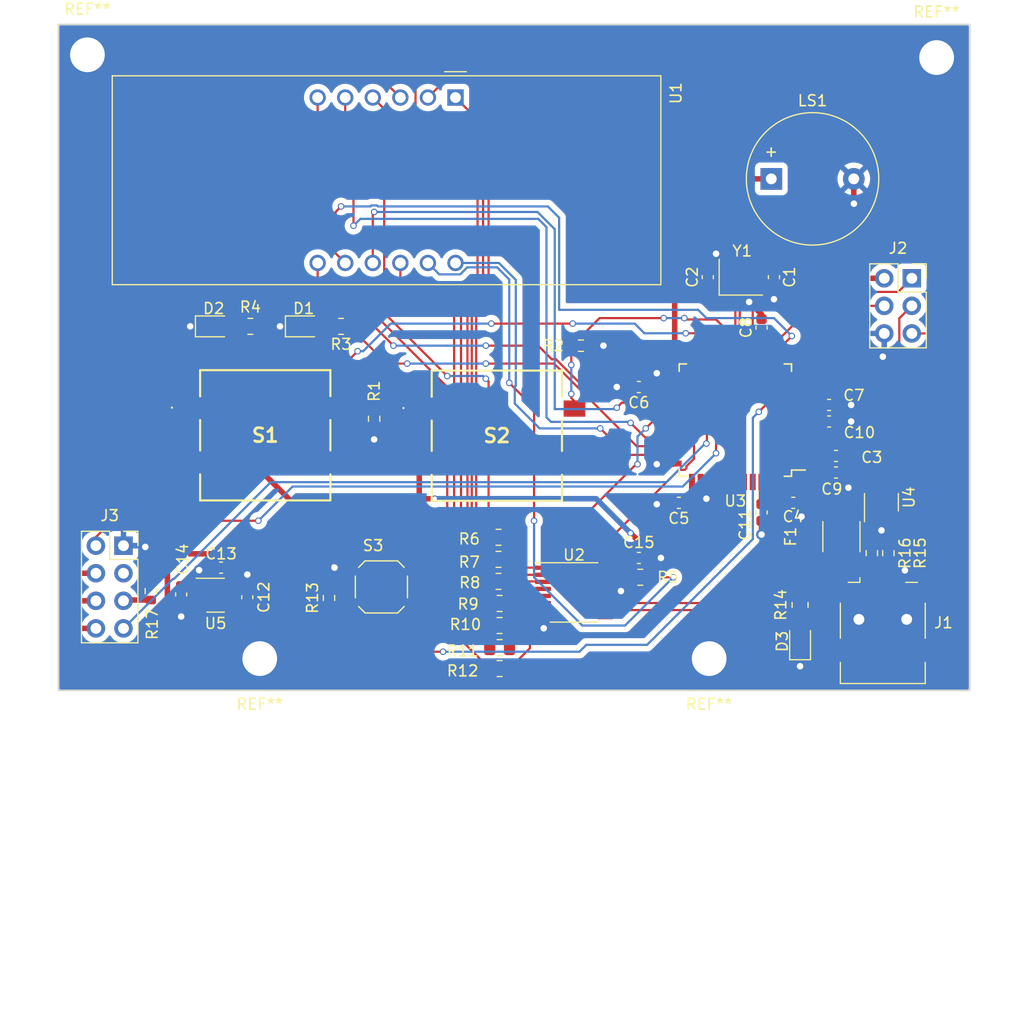
<source format=kicad_pcb>
(kicad_pcb (version 20221018) (generator pcbnew)
  (layers (0 "F.Cu" signal) (31 "B.Cu" signal) (34 "B.Paste" user) (35 "F.Paste" user) (36 "B.SilkS" user "B.Silkscreen") (37 "F.SilkS" user "F.Silkscreen") (38 "B.Mask" user) (39 "F.Mask" user) (44 "Edge.Cuts" user))
  (net 0 "")
  (net 1 "GND")
  (net 2 "Net-(D1-A)")
  (net 3 "Net-(D2-A)")
  (net 4 "Buzzer")
  (net 5 "Button_1")
  (net 6 "Button_2")
  (net 7 "RED_LED")
  (net 8 "GREEN_LED")
  (net 9 "a")
  (net 10 "Net-(U1-a)")
  (net 11 "b")
  (net 12 "Net-(U1-b)")
  (net 13 "c")
  (net 14 "Net-(U1-c)")
  (net 15 "d")
  (net 16 "Net-(U1-d)")
  (net 17 "e")
  (net 18 "Net-(U1-e)")
  (net 19 "f")
  (net 20 "Net-(U1-f)")
  (net 21 "g")
  (net 22 "Net-(U1-g)")
  (net 23 "dp")
  (net 24 "Net-(U1-DPX)")
  (net 25 "Dig4")
  (net 26 "Dig3")
  (net 27 "Dig2")
  (net 28 "Dig1")
  (net 30 "SH_CP")
  (net 31 "ST_CP")
  (net 32 "DS")
  (net 33 "XTAL2")
  (net 34 "XTAL1")
  (net 35 "RST")
  (net 36 "/UCAP")
  (net 37 "/AREF")
  (net 38 "Net-(D3-A)")
  (net 39 "Net-(J1-VBUS)")
  (net 40 "Net-(U5-BP)")
  (net 41 "+3.3V")
  (net 42 "Net-(J1-D-)")
  (net 43 "Net-(J1-D+)")
  (net 44 "MISO")
  (net 45 "SCK")
  (net 47 "MOSI")
  (net 48 "TX")
  (net 50 "Net-(J3-Pin_5)")
  (net 51 "RX")
  (net 52 "USB_CONN_D+")
  (net 53 "USB_CONN_D-")
  (net 54 "USB_D-")
  (net 55 "USB_D+")
  (net 58 "+5V")
  (footprint "Capacitor_SMD:C_0603_1608Metric" (layer "F.Cu") (at 82.169 111.059 -90)
    (fp_text reference "C14")
    (fp_text value "1uF")
  )
  (footprint "Crystal:Crystal_SMD_Abracon_ABM8G-4Pin_3.2x2.5mm" (layer "F.Cu") (at 133.731 81.827)
    (fp_text reference "Y1")
    (fp_text value "Crystal_GND24")
  )
  (footprint "Resistor_SMD:R_0805_2012Metric" (layer "F.Cu") (at 111.506 117.885 180)
    (fp_text reference "R12")
    (fp_text value "100")
  )
  (footprint "Resistor_SMD:R_0805_2012Metric" (layer "F.Cu") (at 111.506 115.951 180)
    (fp_text reference "R11")
    (fp_text value "100")
  )
  (footprint "Display_7Segment:CA56-12EWA" (layer "F.Cu") (at 107.442 65.278 -90)
    (fp_text reference "U1")
    (fp_text value "CA56-12EWA")
  )
  (footprint "Buzzer_Beeper:Buzzer_12x9.5RM7.6" (layer "F.Cu") (at 136.535 72.771)
    (fp_text reference "LS1")
    (fp_text value "Speaker")
  )
  (footprint "Package_TO_SOT_SMD:SOT-23-5" (layer "F.Cu") (at 85.344 111.125)
    (fp_text reference "U5")
    (fp_text value "LP2985-3.3")
  )
  (footprint "Resistor_SMD:R_0805_2012Metric" (layer "F.Cu") (at 111.506 111.887 180)
    (fp_text reference "R9")
    (fp_text value "100")
  )
  (footprint "Connector_PinSocket_2.54mm:PinSocket_2x04_P2.54mm_Vertical" (layer "F.Cu") (at 76.855 106.563)
    (fp_text reference "J3")
    (fp_text value "ESP Connector")
  )
  (footprint "Capacitor_SMD:C_0603_1608Metric" (layer "F.Cu") (at 85.8465 108.585 180)
    (fp_text reference "C13")
    (fp_text value "2.2uF")
  )
  (footprint "Arduino_MountingHole:MountingHole_3.2mm" (layer "F.Cu") (at 130.81 116.967 180)
    (fp_text reference "REF**")
    (fp_text value "MountingHole_3.2mm")
  )
  (footprint "Capacitor_SMD:C_0603_1608Metric" (layer "F.Cu") (at 142.494 98.298)
    (fp_text reference "C3")
    (fp_text value "10uF")
  )
  (footprint "Capacitor_SMD:C_0603_1608Metric" (layer "F.Cu") (at 141.859 95.123)
    (fp_text reference "C10")
    (fp_text value "1uF")
  )
  (footprint "Resistor_SMD:R_0603_1608Metric" (layer "F.Cu") (at 79.375 110.744 -90)
    (fp_text reference "R17")
    (fp_text value "10k")
  )
  (footprint "Package_QFP:TQFP-44_10x10mm_P0.8mm" (layer "F.Cu") (at 133.223 94.996 180)
    (fp_text reference "U3")
    (fp_text value "ATmega32U4-A")
  )
  (footprint "Capacitor_SMD:C_0603_1608Metric" (layer "F.Cu") (at 141.859 93.599)
    (fp_text reference "C7")
    (fp_text value "0.1uF")
  )
  (footprint "Resistor_SMD:R_0805_2012Metric" (layer "F.Cu") (at 124.46 109.474)
    (fp_text reference "R5")
    (fp_text value "100")
  )
  (footprint "Resistor_SMD:R_0603_1608Metric" (layer "F.Cu") (at 118.999 88.138)
    (fp_text reference "R2")
    (fp_text value "10k")
  )
  (footprint "LED_SMD:LED_0805_2012Metric" (layer "F.Cu") (at 85.1685 86.36)
    (fp_text reference "D2")
    (fp_text value "LED")
  )
  (footprint "Resistor_SMD:R_0603_1608Metric" (layer "F.Cu") (at 99.949 94.869 -90)
    (fp_text reference "R1")
    (fp_text value "10k")
  )
  (footprint "Arduino_MountingHole:MountingHole_3.2mm" (layer "F.Cu") (at 73.533 61.341)
    (fp_text reference "REF**")
    (fp_text value "MountingHole_3.2mm")
  )
  (footprint "Capacitor_SMD:C_0603_1608Metric" (layer "F.Cu") (at 135.636 103.505 -90)
    (fp_text reference "C11")
    (fp_text value "0.1uF")
  )
  (footprint "Connector_PinSocket_2.54mm:PinSocket_2x03_P2.54mm_Vertical" (layer "F.Cu") (at 149.479 81.93)
    (fp_text reference "J2")
    (fp_text value "AVR-ISP-6")
  )
  (footprint "Package_TO_SOT_SMD:SOT-23-6" (layer "F.Cu") (at 146.68 102.557 90)
    (fp_text reference "U4")
    (fp_text value "USBLC6-2SC6")
  )
  (footprint "Resistor_SMD:R_0805_2012Metric" (layer "F.Cu") (at 88.5425 86.36 180)
    (fp_text reference "R4")
    (fp_text value "330")
  )
  (footprint "Arduino_MountingHole:MountingHole_3.2mm" (layer "F.Cu") (at 89.408 116.967 180)
    (fp_text reference "REF**")
    (fp_text value "MountingHole_3.2mm")
  )
  (footprint "Capacitor_SMD:C_0603_1608Metric" (layer "F.Cu") (at 88.2595 111.313 90)
    (fp_text reference "C12")
    (fp_text value "10nF")
  )
  (footprint "Capacitor_SMD:C_0603_1608Metric" (layer "F.Cu") (at 128.016 102.616 180)
    (fp_text reference "C5")
    (fp_text value "0.1uF")
  )
  (footprint "LED_SMD:LED_0805_2012Metric" (layer "F.Cu") (at 139.187 115.384 90)
    (fp_text reference "D3")
    (fp_text value "LED")
  )
  (footprint "Capacitor_SMD:C_0603_1608Metric" (layer "F.Cu") (at 124.333 107.696)
    (fp_text reference "C15")
    (fp_text value "0.1u")
  )
  (footprint "Capacitor_SMD:C_0603_1608Metric" (layer "F.Cu") (at 135.636 86.474 90)
    (fp_text reference "C8")
    (fp_text value "0.1uF")
  )
  (footprint "LED_SMD:LED_0805_2012Metric" (layer "F.Cu") (at 93.4595 86.36)
    (fp_text reference "D1")
    (fp_text value "LED")
  )
  (footprint "Resistor_SMD:R_0603_1608Metric" (layer "F.Cu") (at 147.32 107.252 90)
    (fp_text reference "R15")
    (fp_text value "22")
  )
  (footprint "PTS125_SMD_Button:PTS125_SMD_Button" (layer "F.Cu") (at 89.916 96.393)
    (fp_text reference "S1")
    (fp_text value "PTS125SM43SMTR21M_LFS" hide)
  )
  (footprint "Resistor_SMD:R_0805_2012Metric" (layer "F.Cu") (at 96.901 86.36 180)
    (fp_text reference "R3")
    (fp_text value "330")
  )
  (footprint "Arduino_MountingHole:MountingHole_3.2mm" (layer "F.Cu") (at 151.765 61.595)
    (fp_text reference "REF**")
    (fp_text value "MountingHole_3.2mm")
  )
  (footprint "PTS526_SMD_Button:PTS526_SMD_Button" (layer "F.Cu") (at 100.6155 110.363)
    (fp_text reference "S3")
    (fp_text value "PTS526_SM08_SMTR2_LFS")
  )
  (footprint "Fuse:Fuse_1812_4532Metric" (layer "F.Cu") (at 142.997 105.732 90)
    (fp_text reference "F1")
    (fp_text value "PTVSD?")
  )
  (footprint "Resistor_SMD:R_0603_1608Metric" (layer "F.Cu") (at 95.7895 111.379 -90)
    (fp_text reference "R13")
    (fp_text value "10k")
  )
  (footprint "Capacitor_SMD:C_0603_1608Metric" (layer "F.Cu") (at 124.333 91.948 180)
    (fp_text reference "C6")
    (fp_text value "0.1uF")
  )
  (footprint "PTS125_SMD_Button:PTS125_SMD_Button" (layer "F.Cu") (at 111.252 96.433)
    (fp_text reference "S2")
    (fp_text value "PTS125SM43SMTR21M_LFS" hide)
  )
  (footprint "Resistor_SMD:R_0805_2012Metric" (layer "F.Cu") (at 111.4025 107.823 180)
    (fp_text reference "R7")
    (fp_text value "100")
  )
  (footprint "Capacitor_SMD:C_0603_1608Metric" (layer "F.Cu") (at 130.683 81.827 90)
    (fp_text reference "C2")
    (fp_text value "22pF")
  )
  (footprint "Resistor_SMD:R_0805_2012Metric" (layer "F.Cu") (at 139.187 112.023 -90)
    (fp_text reference "R14")
    (fp_text value "1k")
  )
  (footprint "Capacitor_SMD:C_0603_1608Metric" (layer "F.Cu") (at 138.557 102.616)
    (fp_text reference "C4")
    (fp_text value "0.1uF")
  )
  (footprint "Capacitor_SMD:C_0603_1608Metric" (layer "F.Cu") (at 142.494 99.822)
    (fp_text reference "C9")
    (fp_text value "0.1uF")
  )
  (footprint "Resistor_SMD:R_0805_2012Metric" (layer "F.Cu") (at 111.4025 109.855 180)
    (fp_text reference "R8")
    (fp_text value "100")
  )
  (footprint "Package_SO:TSSOP-16_4.4x5mm_P0.65mm" (layer "F.Cu") (at 118.364 110.871)
    (fp_text reference "U2")
    (fp_text value "74HC595")
  )
  (footprint "Resistor_SMD:R_0805_2012Metric" (layer "F.Cu") (at 111.4025 105.791 180)
    (fp_text reference "R6")
    (fp_text value "100")
  )
  (footprint "Connector_USB:USB_Mini-B_Lumberg_2486_01_Horizontal" (layer "F.Cu") (at 146.807 113.352)
    (fp_text reference "J1")
    (fp_text value "USB_B_Mini")
  )
  (footprint "Resistor_SMD:R_0805_2012Metric" (layer "F.Cu") (at 111.506 113.919 180)
    (fp_text reference "R10")
    (fp_text value "100")
  )
  (footprint "Resistor_SMD:R_0603_1608Metric" (layer "F.Cu") (at 145.796 107.252 90)
    (fp_text reference "R16")
    (fp_text value "22")
  )
  (footprint "Capacitor_SMD:C_0603_1608Metric" (layer "F.Cu") (at 136.779 81.827 -90)
    (fp_text reference "C1")
    (fp_text value "22pF")
  )
  (gr_rect (start 70.866 58.547) (end 154.813 119.888) (stroke (width 0.15)) (fill none) (layer "Edge.Cuts"))
  (segment (start 143.1144 95.8996) (end 143.891 95.123) (width 0.2032) (layer "F.Cu") (net 1))
  (segment (start 135.636 104.28) (end 135.636 105.537) (width 0.508) (layer "F.Cu") (net 1))
  (segment (start 142.634 93.599) (end 143.891 93.599) (width 0.508) (layer "F.Cu") (net 1))
  (segment (start 76.855 106.563) (end 78.75 106.563) (width 0.508) (layer "F.Cu") (net 1))
  (segment (start 82.878 111.125) (end 82.169 111.834) (width 0.508) (layer "F.Cu") (net 1))
  (segment (start 136.423 100.696) (end 136.423 102.081749) (width 0.508) (layer "F.Cu") (net 1))
  (segment (start 146.939 87.01) (end 146.939 89.027) (width 0.508) (layer "F.Cu") (net 1))
  (segment (start 126.302 90.996) (end 125.984 90.678) (width 0.508) (layer "F.Cu") (net 1))
  (segment (start 136.878 103.147251) (end 137.616749 103.886) (width 0.508) (layer "F.Cu") (net 1))
  (segment (start 130.683 81.052) (end 130.683 80.43) (width 0.508) (layer "F.Cu") (net 1))
  (segment (start 146.685 103.6995) (end 146.68 103.6945) (width 0.508) (layer "F.Cu") (net 1))
  (segment (start 127.459 99.06) (end 127.523 98.996) (width 0.508) (layer "F.Cu") (net 1))
  (segment (start 84.2065 111.125) (end 82.878 111.125) (width 0.508) (layer "F.Cu") (net 1))
  (segment (start 97.6155 108.513) (end 96.3695 108.513) (width 0.508) (layer "F.Cu") (net 1))
  (segment (start 82.169 111.834) (end 82.169 113.091) (width 0.508) (layer "F.Cu") (net 1))
  (segment (start 144.135 75.047) (end 144.145 75.057) (width 0.508) (layer "F.Cu") (net 1))
  (segment (start 127.523 90.996) (end 126.302 90.996) (width 0.508) (layer "F.Cu") (net 1))
  (segment (start 99.949 95.694) (end 99.949 96.774) (width 0.508) (layer "F.Cu") (net 1))
  (segment (start 115.57 114.173) (end 115.5015 114.1045) (width 0.508) (layer "F.Cu") (net 1))
  (segment (start 88.2595 109.2255) (end 88.265 109.22) (width 0.508) (layer "F.Cu") (net 1))
  (segment (start 122.301 91.948) (end 123.558 91.948) (width 0.508) (layer "F.Cu") (net 1))
  (segment (start 143.269 100.851) (end 143.637 101.219) (width 0.508) (layer "F.Cu") (net 1))
  (segment (start 139.332 102.616) (end 139.332 103.873) (width 0.508) (layer "F.Cu") (net 1))
  (segment (start 132.631 80.977) (end 132.631 80.854) (width 0.508) (layer "F.Cu") (net 1))
  (segment (start 130.683 80.43) (end 131.445 79.668) (width 0.508) (layer "F.Cu") (net 1))
  (segment (start 139.0266 95.8996) (end 143.1144 95.8996) (width 0.2032) (layer "F.Cu") (net 1))
  (segment (start 144.135 72.771) (end 144.135 75.047) (width 0.508) (layer "F.Cu") (net 1))
  (segment (start 115.5015 114.1045) (end 115.5015 113.15) (width 0.508) (layer "F.Cu") (net 1))
  (segment (start 135.636 85.699) (end 135.636 85.256) (width 0.508) (layer "F.Cu") (net 1))
  (segment (start 125.984 99.06) (end 127.459 99.06) (width 0.508) (layer "F.Cu") (net 1))
  (segment (start 91.277 86.36) (end 92.522 86.36) (width 0.508) (layer "F.Cu") (net 1))
  (segment (start 148.407 109.276) (end 148.844 108.839) (width 0.508) (layer "F.Cu") (net 1))
  (segment (start 136.779 82.602) (end 136.779 83.859) (width 0.508) (layer "F.Cu") (net 1))
  (segment (start 139.332 103.873) (end 139.319 103.886) (width 0.508) (layer "F.Cu") (net 1))
  (segment (start 142.634 95.123) (end 143.891 95.123) (width 0.508) (layer "F.Cu") (net 1))
  (segment (start 143.269 99.822) (end 143.269 100.851) (width 0.508) (layer "F.Cu") (net 1))
  (segment (start 139.187 117.67) (end 139.187 116.3215) (width 0.508) (layer "F.Cu") (net 1))
  (segment (start 136.423 102.081749) (end 136.878 102.536749) (width 0.508) (layer "F.Cu") (net 1))
  (segment (start 134.831 82.677) (end 134.831 83.775) (width 0.508) (layer "F.Cu") (net 1))
  (segment (start 78.75 106.563) (end 78.867 106.68) (width 0.508) (layer "F.Cu") (net 1))
  (segment (start 132.631 80.854) (end 131.445 79.668) (width 0.508) (layer "F.Cu") (net 1))
  (segment (start 137.616749 103.886) (end 139.319 103.886) (width 0.508) (layer "F.Cu") (net 1))
  (segment (start 119.824 88.138) (end 121.071 88.138) (width 0.508) (layer "F.Cu") (net 1))
  (segment (start 138.923 95.796) (end 139.0266 95.8996) (width 0.2032) (layer "F.Cu") (net 1))
  (segment (start 125.108 107.696) (end 126.365 107.696) (width 0.508) (layer "F.Cu") (net 1))
  (segment (start 143.269 98.298) (end 143.269 99.822) (width 0.508) (layer "F.Cu") (net 1))
  (segment (start 135.636 85.256) (end 134.493 84.113) (width 0.508) (layer "F.Cu") (net 1))
  (segment (start 134.831 83.775) (end 134.493 84.113) (width 0.508) (layer "F.Cu") (net 1))
  (segment (start 130.556 102.235) (end 130.023 101.702) (width 0.508) (layer "F.Cu") (net 1))
  (segment (start 126.111 102.616) (end 125.984 102.743) (width 0.508) (layer "F.Cu") (net 1))
  (segment (start 96.3695 108.513) (end 96.2975 108.585) (width 0.508) (layer "F.Cu") (net 1))
  (segment (start 85.0715 108.9) (end 83.902 108.9) (width 0.508) (layer "F.Cu") (net 1))
  (segment (start 127.241 102.616) (end 126.111 102.616) (width 0.508) (layer "F.Cu") (net 1))
  (segment (start 136.878 102.536749) (end 136.878 103.147251) (width 0.508) (layer "F.Cu") (net 1))
  (segment (start 148.407 110.652) (end 148.407 109.276) (width 0.508) (layer "F.Cu") (net 1))
  (segment (start 83.902 108.9) (end 83.82 108.818) (width 0.508) (layer "F.Cu") (net 1))
  (segment (start 130.023 101.702) (end 130.023 100.696) (width 0.508) (layer "F.Cu") (net 1))
  (segment (start 88.2595 110.538) (end 88.2595 109.2255) (width 0.508) (layer "F.Cu") (net 1))
  (segment (start 122.484 110.546) (end 122.682 110.744) (width 0.2032) (layer "F.Cu") (net 1))
  (segment (start 146.685 105.156) (end 146.685 103.6995) (width 0.508) (layer "F.Cu") (net 1))
  (segment (start 134.823 89.296) (end 134.823 84.443) (width 0.2032) (layer "F.Cu") (net 1))
  (segment (start 134.823 84.443) (end 134.493 84.113) (width 0.2032) (layer "F.Cu") (net 1))
  (segment (start 121.2265 110.546) (end 122.484 110.546) (width 0.2032) (layer "F.Cu") (net 1))
  (segment (start 83.003 86.36) (end 84.303 86.36) (width 0.508) (layer "F.Cu") (net 1))
  (segment (start 146.939 89.027) (end 146.812 89.154) (width 0.508) (layer "F.Cu") (net 1))
  (via (at 96.2975 108.585) (size 1) (drill 0.6) (layers "F.Cu" "B.Cu") (net 1))
  (via (at 125.984 90.678) (size 1) (drill 0.6) (layers "F.Cu" "B.Cu") (net 1))
  (via (at 121.071 88.138) (size 1) (drill 0.6) (layers "F.Cu" "B.Cu") (net 1))
  (via (at 99.949 96.774) (size 1) (drill 0.6) (layers "F.Cu" "B.Cu") (net 1))
  (via (at 146.685 105.156) (size 1) (drill 0.6) (layers "F.Cu" "B.Cu") (net 1))
  (via (at 82.169 113.091) (size 1) (drill 0.6) (layers "F.Cu" "B.Cu") (net 1))
  (via (at 122.682 110.744) (size 1) (drill 0.6) (layers "F.Cu" "B.Cu") (net 1))
  (via (at 143.891 95.123) (size 1) (drill 0.6) (layers "F.Cu" "B.Cu") (net 1))
  (via (at 143.891 93.599) (size 1) (drill 0.6) (layers "F.Cu" "B.Cu") (net 1))
  (via (at 115.57 114.173) (size 1) (drill 0.6) (layers "F.Cu" "B.Cu") (net 1))
  (via (at 135.636 105.537) (size 1) (drill 0.6) (layers "F.Cu" "B.Cu") (net 1))
  (via (at 88.265 109.22) (size 1) (drill 0.6) (layers "F.Cu" "B.Cu") (net 1))
  (via (at 83.82 108.818) (size 1) (drill 0.6) (layers "F.Cu" "B.Cu") (net 1))
  (via (at 143.637 101.219) (size 1) (drill 0.6) (layers "F.Cu" "B.Cu") (net 1))
  (via (at 122.301 91.948) (size 1) (drill 0.6) (layers "F.Cu" "B.Cu") (net 1))
  (via (at 134.493 84.113) (size 1) (drill 0.6) (layers "F.Cu" "B.Cu") (net 1))
  (via (at 139.319 103.886) (size 1) (drill 0.6) (layers "F.Cu" "B.Cu") (net 1))
  (via (at 83.003 86.36) (size 1) (drill 0.6) (layers "F.Cu" "B.Cu") (net 1))
  (via (at 136.779 83.859) (size 1) (drill 0.6) (layers "F.Cu" "B.Cu") (net 1))
  (via (at 78.867 106.68) (size 1) (drill 0.6) (layers "F.Cu" "B.Cu") (net 1))
  (via (at 125.984 99.06) (size 1) (drill 0.6) (layers "F.Cu" "B.Cu") (net 1))
  (via (at 130.556 102.235) (size 1) (drill 0.6) (layers "F.Cu" "B.Cu") (net 1))
  (via (at 126.365 107.696) (size 1) (drill 0.6) (layers "F.Cu" "B.Cu") (net 1))
  (via (at 139.187 117.67) (size 1) (drill 0.6) (layers "F.Cu" "B.Cu") (net 1))
  (via (at 148.844 108.839) (size 1) (drill 0.6) (layers "F.Cu" "B.Cu") (net 1))
  (via (at 125.984 102.743) (size 1) (drill 0.6) (layers "F.Cu" "B.Cu") (net 1))
  (via (at 146.812 89.154) (size 1) (drill 0.6) (layers "F.Cu" "B.Cu") (net 1))
  (via (at 131.445 79.668) (size 1) (drill 0.6) (layers "F.Cu" "B.Cu") (net 1))
  (via (at 144.145 75.057) (size 1) (drill 0.6) (layers "F.Cu" "B.Cu") (net 1))
  (via (at 91.277 86.36) (size 1) (drill 0.6) (layers "F.Cu" "B.Cu") (net 1))
  (segment (start 95.849 86.36) (end 94.397 86.36) (width 0.2032) (layer "F.Cu") (net 2))
  (segment (start 87.63 86.36) (end 86.178 86.36) (width 0.2032) (layer "F.Cu") (net 3))
  (segment (start 127.635 79.629) (end 134.493 72.771) (width 0.508) (layer "F.Cu") (net 4))
  (segment (start 130.048 91.821) (end 127.635 89.408) (width 0.508) (layer "F.Cu") (net 4))
  (segment (start 128.656 94.196) (end 130.048 92.804) (width 0.508) (layer "F.Cu") (net 4))
  (segment (start 134.493 72.771) (end 136.535 72.771) (width 0.508) (layer "F.Cu") (net 4))
  (segment (start 127.635 89.408) (end 127.635 79.629) (width 0.508) (layer "F.Cu") (net 4))
  (segment (start 130.048 92.804) (end 130.048 91.821) (width 0.508) (layer "F.Cu") (net 4))
  (segment (start 127.523 94.196) (end 128.656 94.196) (width 0.508) (layer "F.Cu") (net 4))
  (segment (start 98.425 88.646) (end 97.066 90.005) (width 0.2032) (layer "F.Cu") (net 5))
  (segment (start 131.623 89.296) (end 131.623 88.3428) (width 0.2032) (layer "F.Cu") (net 5))
  (segment (start 130.2752 86.995) (end 128.651 86.995) (width 0.2032) (layer "F.Cu") (net 5))
  (segment (start 118.237 86.106) (end 110.744 86.106) (width 0.2032) (layer "F.Cu") (net 5))
  (segment (start 131.623 88.3428) (end 130.2752 86.995) (width 0.2032) (layer "F.Cu") (net 5))
  (segment (start 97.066 90.005) (end 97.066 93.893) (width 0.2032) (layer "F.Cu") (net 5))
  (segment (start 97.066 93.893) (end 99.798 93.893) (width 0.2032) (layer "F.Cu") (net 5))
  (segment (start 99.798 93.893) (end 99.949 94.044) (width 0.2032) (layer "F.Cu") (net 5))
  (via (at 98.425 88.646) (size 0.6) (drill 0.4) (layers "F.Cu" "B.Cu") (net 5))
  (via (at 110.744 86.106) (size 0.6) (drill 0.4) (layers "F.Cu" "B.Cu") (net 5))
  (via (at 118.237 86.106) (size 0.6) (drill 0.4) (layers "F.Cu" "B.Cu") (net 5))
  (via (at 128.651 86.995) (size 0.6) (drill 0.4) (layers "F.Cu" "B.Cu") (net 5))
  (segment (start 124.841 86.995) (end 124.333 86.487) (width 0.2032) (layer "B.Cu") (net 5))
  (segment (start 123.952 86.106) (end 118.237 86.106) (width 0.2032) (layer "B.Cu") (net 5))
  (segment (start 98.933 88.646) (end 101.473 86.106) (width 0.2032) (layer "B.Cu") (net 5))
  (segment (start 98.425 88.646) (end 98.933 88.646) (width 0.2032) (layer "B.Cu") (net 5))
  (segment (start 128.651 86.995) (end 124.841 86.995) (width 0.2032) (layer "B.Cu") (net 5))
  (segment (start 101.473 86.106) (end 110.744 86.106) (width 0.2032) (layer "B.Cu") (net 5))
  (segment (start 124.333 86.487) (end 123.952 86.106) (width 0.2032) (layer "B.Cu") (net 5))
  (segment (start 131.445 85.725) (end 132.423 86.703) (width 0.2032) (layer "F.Cu") (net 6))
  (segment (start 118.11 89.916) (end 118.11 88.202) (width 0.2032) (layer "F.Cu") (net 6))
  (segment (start 128.651 85.725) (end 131.445 85.725) (width 0.2032) (layer "F.Cu") (net 6))
  (segment (start 118.174 88.138) (end 120.714 85.598) (width 0.2032) (layer "F.Cu") (net 6))
  (segment (start 132.423 86.703) (end 132.423 89.296) (width 0.2032) (layer "F.Cu") (net 6))
  (segment (start 118.11 92.583) (end 118.11 92.964) (width 0.2032) (layer "F.Cu") (net 6))
  (segment (start 118.11 88.202) (end 118.174 88.138) (width 0.2032) (layer "F.Cu") (net 6))
  (segment (start 128.524 85.598) (end 128.651 85.725) (width 0.2032) (layer "F.Cu") (net 6))
  (segment (start 118.11 92.964) (end 118.402 93.256) (width 0.2032) (layer "F.Cu") (net 6))
  (segment (start 118.402 93.256) (end 118.402 93.933) (width 0.2032) (layer "F.Cu") (net 6))
  (segment (start 120.714 85.598) (end 126.619 85.598) (width 0.2032) (layer "F.Cu") (net 6))
  (via (at 118.11 89.916) (size 0.6) (drill 0.4) (layers "F.Cu" "B.Cu") (net 6))
  (via (at 128.524 85.598) (size 0.6) (drill 0.4) (layers "F.Cu" "B.Cu") (net 6))
  (via (at 118.11 92.583) (size 0.6) (drill 0.4) (layers "F.Cu" "B.Cu") (net 6))
  (via (at 126.619 85.598) (size 0.6) (drill 0.4) (layers "F.Cu" "B.Cu") (net 6))
  (segment (start 118.11 92.583) (end 118.11 89.916) (width 0.2032) (layer "B.Cu") (net 6))
  (segment (start 126.619 85.598) (end 128.524 85.598) (width 0.2032) (layer "B.Cu") (net 6))
  (segment (start 116.52379 89.789) (end 110.236 89.789) (width 0.2032) (layer "F.Cu") (net 7))
  (segment (start 127.523 97.396) (end 124.13079 97.396) (width 0.2032) (layer "F.Cu") (net 7))
  (segment (start 101.103 89.789) (end 97.674 86.36) (width 0.2032) (layer "F.Cu") (net 7))
  (segment (start 102.997 89.789) (end 101.103 89.789) (width 0.2032) (layer "F.Cu") (net 7))
  (segment (start 124.13079 97.396) (end 116.52379 89.789) (width 0.2032) (layer "F.Cu") (net 7))
  (via (at 102.997 89.789) (size 0.6) (drill 0.4) (layers "F.Cu" "B.Cu") (net 7))
  (via (at 110.236 89.789) (size 0.6) (drill 0.4) (layers "F.Cu" "B.Cu") (net 7))
  (segment (start 110.236 89.789) (end 106.68 89.789) (width 0.2032) (layer "B.Cu") (net 7))
  (segment (start 106.68 89.789) (end 102.997 89.789) (width 0.2032) (layer "B.Cu") (net 7))
  (segment (start 120.0546 92.7496) (end 127.3694 92.7496) (width 0.2032) (layer "F.Cu") (net 8))
  (segment (start 115.062 88.138) (end 116.3098 89.3858) (width 0.2032) (layer "F.Cu") (net 8))
  (segment (start 90.979 84.836) (end 89.455 86.36) (width 0.2032) (layer "F.Cu") (net 8))
  (segment (start 112.649 88.138) (end 115.062 88.138) (width 0.2032) (layer "F.Cu") (net 8))
  (segment (start 98.425 84.836) (end 90.979 84.836) (width 0.2032) (layer "F.Cu") (net 8))
  (segment (start 116.3098 89.3858) (end 116.6908 89.3858) (width 0.2032) (layer "F.Cu") (net 8))
  (segment (start 116.6908 89.3858) (end 120.0546 92.7496) (width 0.2032) (layer "F.Cu") (net 8))
  (segment (start 110.236 88.138) (end 112.649 88.138) (width 0.2032) (layer "F.Cu") (net 8))
  (segment (start 101.727 88.138) (end 98.425 84.836) (width 0.2032) (layer "F.Cu") (net 8))
  (segment (start 127.3694 92.7496) (end 127.523 92.596) (width 0.2032) (layer "F.Cu") (net 8))
  (via (at 110.236 88.138) (size 0.6) (drill 0.4) (layers "F.Cu" "B.Cu") (net 8))
  (via (at 101.727 88.138) (size 0.6) (drill 0.4) (layers "F.Cu" "B.Cu") (net 8))
  (segment (start 106.68 88.138) (end 110.236 88.138) (width 0.2032) (layer "B.Cu") (net 8))
  (segment (start 101.727 88.138) (end 106.68 88.138) (width 0.2032) (layer "B.Cu") (net 8))
  (segment (start 121.2265 109.246) (end 123.3195 109.246) (width 0.2032) (layer "F.Cu") (net 9))
  (segment (start 123.3195 109.246) (end 123.5475 109.474) (width 0.2032) (layer "F.Cu") (net 9))
  (segment (start 114.681 104.267) (end 114.681 93.853) (width 0.2032) (layer "F.Cu") (net 10))
  (segment (start 114.681 93.853) (end 112.395 91.567) (width 0.2032) (layer "F.Cu") (net 10))
  (segment (start 125.3725 109.474) (end 127.508 109.474) (width 0.2032) (layer "F.Cu") (net 10))
  (via (at 127.508 109.474) (size 0.6) (drill 0.4) (layers "F.Cu" "B.Cu") (net 10))
  (via (at 112.395 91.567) (size 0.6) (drill 0.4) (layers "F.Cu" "B.Cu") (net 10))
  (via (at 114.681 104.267) (size 0.6) (drill 0.4) (layers "F.Cu" "B.Cu") (net 10))
  (segment (start 111.2742 80.9212) (end 108.525987 80.9212) (width 0.2032) (layer "B.Cu") (net 10))
  (segment (start 112.395 91.567) (end 112.395 82.042) (width 0.2032) (layer "B.Cu") (net 10))
  (segment (start 105.9536 81.5696) (end 104.902 80.518) (width 0.2032) (layer "B.Cu") (net 10))
  (segment (start 112.395 82.042) (end 111.2742 80.9212) (width 0.2032) (layer "B.Cu") (net 10))
  (segment (start 127.508 109.474) (end 123.063 113.919) (width 0.2032) (layer "B.Cu") (net 10))
  (segment (start 108.525987 80.9212) (end 107.877587 81.5696) (width 0.2032) (layer "B.Cu") (net 10))
  (segment (start 119.126 113.919) (end 114.681 109.474) (width 0.2032) (layer "B.Cu") (net 10))
  (segment (start 114.681 109.474) (end 114.681 104.267) (width 0.2032) (layer "B.Cu") (net 10))
  (segment (start 123.063 113.919) (end 119.126 113.919) (width 0.2032) (layer "B.Cu") (net 10))
  (segment (start 107.877587 81.5696) (end 105.9536 81.5696) (width 0.2032) (layer "B.Cu") (net 10))
  (segment (start 113.792 108.585) (end 115.4905 108.585) (width 0.2032) (layer "F.Cu") (net 11))
  (segment (start 113.792 107.268) (end 113.792 108.585) (width 0.2032) (layer "F.Cu") (net 11))
  (segment (start 115.4905 108.585) (end 115.5015 108.596) (width 0.2032) (layer "F.Cu") (net 11))
  (segment (start 112.315 105.791) (end 113.792 107.268) (width 0.2032) (layer "F.Cu") (net 11))
  (segment (start 110.49 105.791) (end 110.49 91.44) (width 0.2032) (layer "F.Cu") (net 12))
  (segment (start 106.68 90.932) (end 98.6568 82.9088) (width 0.2032) (layer "F.Cu") (net 12))
  (segment (start 95.3548 82.9088) (end 94.742 82.296) (width 0.2032) (layer "F.Cu") (net 12))
  (segment (start 110.49 91.44) (end 110.236 91.186) (width 0.2032) (layer "F.Cu") (net 12))
  (segment (start 94.742 82.296) (end 94.742 80.518) (width 0.2032) (layer "F.Cu") (net 12))
  (segment (start 98.6568 82.9088) (end 95.3548 82.9088) (width 0.2032) (layer "F.Cu") (net 12))
  (via (at 106.68 90.932) (size 0.6) (drill 0.4) (layers "F.Cu" "B.Cu") (net 12))
  (via (at 110.236 91.186) (size 0.6) (drill 0.4) (layers "F.Cu" "B.Cu") (net 12))
  (segment (start 106.68 90.932) (end 109.982 90.932) (width 0.2032) (layer "B.Cu") (net 12))
  (segment (start 109.982 90.932) (end 110.236 91.186) (width 0.2032) (layer "B.Cu") (net 12))
  (segment (start 113.284 108.966) (end 113.564 109.246) (width 0.2032) (layer "F.Cu") (net 13))
  (segment (start 113.564 109.246) (end 115.5015 109.246) (width 0.2032) (layer "F.Cu") (net 13))
  (segment (start 112.903 107.823) (end 113.284 108.204) (width 0.2032) (layer "F.Cu") (net 13))
  (segment (start 112.315 107.823) (end 112.903 107.823) (width 0.2032) (layer "F.Cu") (net 13))
  (segment (start 113.284 108.204) (end 113.284 108.966) (width 0.2032) (layer "F.Cu") (net 13))
  (segment (start 104.775 62.611) (end 103.759 63.627) (width 0.2032) (layer "F.Cu") (net 14))
  (segment (start 109.347 84.963) (end 110.49 83.82) (width 0.2032) (layer "F.Cu") (net 14))
  (segment (start 109.474 107.823) (end 109.347 107.696) (width 0.2032) (layer "F.Cu") (net 14))
  (segment (start 103.759 63.627) (end 103.759 66.167) (width 0.2032) (layer "F.Cu") (net 14))
  (segment (start 103.759 66.167) (end 103.251 66.675) (width 0.2032) (layer "F.Cu") (net 14))
  (segment (start 100.838 66.421) (end 100.838 66.294) (width 0.2032) (layer "F.Cu") (net 14))
  (segment (start 103.251 66.675) (end 101.092 66.675) (width 0.2032) (layer "F.Cu") (net 14))
  (segment (start 100.838 66.294) (end 99.822 65.278) (width 0.2032) (layer "F.Cu") (net 14))
  (segment (start 109.347 107.696) (end 109.347 84.963) (width 0.2032) (layer "F.Cu") (net 14))
  (segment (start 101.092 66.675) (end 100.838 66.421) (width 0.2032) (layer "F.Cu") (net 14))
  (segment (start 108.77421 62.611) (end 104.775 62.611) (width 0.2032) (layer "F.Cu") (net 14))
  (segment (start 110.49 107.823) (end 109.474 107.823) (width 0.2032) (layer "F.Cu") (net 14))
  (segment (start 110.49 83.82) (end 110.49 64.32679) (width 0.2032) (layer "F.Cu") (net 14))
  (segment (start 110.49 64.32679) (end 108.77421 62.611) (width 0.2032) (layer "F.Cu") (net 14))
  (segment (start 115.4605 109.855) (end 115.5015 109.896) (width 0.2032) (layer "F.Cu") (net 15))
  (segment (start 112.315 109.855) (end 115.4605 109.855) (width 0.2032) (layer "F.Cu") (net 15))
  (segment (start 109.982 83.693) (end 109.982 64.389) (width 0.2032) (layer "F.Cu") (net 16))
  (segment (start 109.982 64.389) (end 108.839 63.246) (width 0.2032) (layer "F.Cu") (net 16))
  (segment (start 110.49 109.855) (end 108.9438 108.3088) (width 0.2032) (layer "F.Cu") (net 16))
  (segment (start 108.9438 84.7312) (end 109.982 83.693) (width 0.2032) (layer "F.Cu") (net 16))
  (segment (start 108.9438 108.3088) (end 108.9438 84.7312) (width 0.2032) (layer "F.Cu") (net 16))
  (segment (start 108.839 63.246) (end 106.934 63.246) (width 0.2032) (layer "F.Cu") (net 16))
  (segment (start 106.934 63.246) (end 104.902 65.278) (width 0.2032) (layer "F.Cu") (net 16))
  (segment (start 112.4185 111.887) (end 112.4185 111.6095) (width 0.2032) (layer "F.Cu") (net 17))
  (segment (start 113.482 110.546) (end 115.5015 110.546) (width 0.2032) (layer "F.Cu") (net 17))
  (segment (start 112.4185 111.6095) (end 113.482 110.546) (width 0.2032) (layer "F.Cu") (net 17))
  (segment (start 109.474 83.439) (end 109.474 67.31) (width 0.2032) (layer "F.Cu") (net 18))
  (segment (start 108.5406 84.3724) (end 109.474 83.439) (width 0.2032) (layer "F.Cu") (net 18))
  (segment (start 108.5406 109.8341) (end 108.5406 84.3724) (width 0.2032) (layer "F.Cu") (net 18))
  (segment (start 110.5935 111.887) (end 108.5406 109.8341) (width 0.2032) (layer "F.Cu") (net 18))
  (segment (start 109.474 67.31) (end 107.442 65.278) (width 0.2032) (layer "F.Cu") (net 18))
  (segment (start 113.442105 112.895395) (end 113.442105 111.156105) (width 0.2032) (layer "F.Cu") (net 19))
  (segment (start 115.461605 111.156105) (end 115.5015 111.196) (width 0.2032) (layer "F.Cu") (net 19))
  (segment (start 113.442105 111.156105) (end 115.461605 111.156105) (width 0.2032) (layer "F.Cu") (net 19))
  (segment (start 112.4185 113.919) (end 113.442105 112.895395) (width 0.2032) (layer "F.Cu") (net 19))
  (segment (start 110.195989 113.3206) (end 107.95 111.074611) (width 0.2032) (layer "F.Cu") (net 20))
  (segment (start 103.759 83.82) (end 102.362 82.423) (width 0.2032) (layer "F.Cu") (net 20))
  (segment (start 107.95 111.074611) (end 107.95 83.82) (width 0.2032) (layer "F.Cu") (net 20))
  (segment (start 110.760511 113.3206) (end 110.195989 113.3206) (width 0.2032) (layer "F.Cu") (net 20))
  (segment (start 102.362 82.423) (end 102.362 80.518) (width 0.2032) (layer "F.Cu") (net 20))
  (segment (start 107.95 83.82) (end 103.759 83.82) (width 0.2032) (layer "F.Cu") (net 20))
  (segment (start 112.4185 115.951) (end 113.845305 114.524195) (width 0.2032) (layer "F.Cu") (net 21))
  (segment (start 113.845305 111.887) (end 115.4605 111.887) (width 0.2032) (layer "F.Cu") (net 21))
  (segment (start 115.4605 111.887) (end 115.5015 111.846) (width 0.2032) (layer "F.Cu") (net 21))
  (segment (start 113.845305 114.524195) (end 113.845305 111.887) (width 0.2032) (layer "F.Cu") (net 21))
  (segment (start 107.315 112.6725) (end 107.315 84.2232) (width 0.2032) (layer "F.Cu") (net 22))
  (segment (start 97.282 67.818) (end 97.282 65.278) (width 0.2032) (layer "F.Cu") (net 22))
  (segment (start 100.8736 71.4096) (end 97.282 67.818) (width 0.2032) (layer "F.Cu") (net 22))
  (segment (start 110.5935 115.951) (end 107.315 112.6725) (width 0.2032) (layer "F.Cu") (net 22))
  (segment (start 100.8736 81.50481) (end 100.8736 71.4096) (width 0.2032) (layer "F.Cu") (net 22))
  (segment (start 103.59199 84.2232) (end 100.8736 81.50481) (width 0.2032) (layer "F.Cu") (net 22))
  (segment (start 107.315 84.2232) (end 103.59199 84.2232) (width 0.2032) (layer "F.Cu") (net 22))
  (segment (start 114.3 116.0035) (end 114.3 112.522) (width 0.2032) (layer "F.Cu") (net 23))
  (segment (start 114.3 112.522) (end 115.4755 112.522) (width 0.2032) (layer "F.Cu") (net 23))
  (segment (start 115.4755 112.522) (end 115.5015 112.496) (width 0.2032) (layer "F.Cu") (net 23))
  (segment (start 112.4185 117.885) (end 114.3 116.0035) (width 0.2032) (layer "F.Cu") (net 23))
  (segment (start 88.392 78.232) (end 93.472 83.312) (width 0.2032) (layer "F.Cu") (net 24))
  (segment (start 102.362 65.278) (end 99.822 62.738) (width 0.2032) (layer "F.Cu") (net 24))
  (segment (start 93.472 62.738) (end 88.392 67.818) (width 0.2032) (layer "F.Cu") (net 24))
  (segment (start 93.472 83.312) (end 98.044 83.312) (width 0.2032) (layer "F.Cu") (net 24))
  (segment (start 106.68 113.9715) (end 110.5935 117.885) (width 0.2032) (layer "F.Cu") (net 24))
  (segment (start 106.68 91.948) (end 106.68 113.9715) (width 0.2032) (layer "F.Cu") (net 24))
  (segment (start 98.044 83.312) (end 106.68 91.948) (width 0.2032) (layer "F.Cu") (net 24))
  (segment (start 88.392 67.818) (end 88.392 78.232) (width 0.2032) (layer "F.Cu") (net 24))
  (segment (start 99.822 62.738) (end 93.472 62.738) (width 0.2032) (layer "F.Cu") (net 24))
  (segment (start 94.742 67.056) (end 94.742 65.278) (width 0.2032) (layer "F.Cu") (net 25))
  (segment (start 124.917 96.596) (end 123.571 95.25) (width 0.2032) (layer "F.Cu") (net 25))
  (segment (start 98.044 77.089) (end 98.044 70.358) (width 0.2032) (layer "F.Cu") (net 25))
  (segment (start 98.044 70.358) (end 94.742 67.056) (width 0.2032) (layer "F.Cu") (net 25))
  (segment (start 127.523 96.596) (end 124.917 96.596) (width 0.2032) (layer "F.Cu") (net 25))
  (via (at 98.044 77.089) (size 0.6) (drill 0.4) (layers "F.Cu" "B.Cu") (net 25))
  (via (at 123.571 95.25) (size 0.6) (drill 0.4) (layers "F.Cu" "B.Cu") (net 25))
  (segment (start 115.062001 76.454) (end 115.824 77.215999) (width 0.2032) (layer "B.Cu") (net 25))
  (segment (start 123.4774 95.1564) (end 123.571 95.25) (width 0.2032) (layer "B.Cu") (net 25))
  (segment (start 98.679 76.454) (end 115.062001 76.454) (width 0.2032) (layer "B.Cu") (net 25))
  (segment (start 98.044 77.089) (end 98.679 76.454) (width 0.2032) (layer "B.Cu") (net 25))
  (segment (start 115.824 77.215999) (end 115.824 94.742) (width 0.2032) (layer "B.Cu") (net 25))
  (segment (start 115.824 94.742) (end 116.2384 95.1564) (width 0.2032) (layer "B.Cu") (net 25))
  (segment (start 116.2384 95.1564) (end 123.4774 95.1564) (width 0.2032) (layer "B.Cu") (net 25))
  (segment (start 96.393 75.819) (end 96.393 79.629) (width 0.2032) (layer "F.Cu") (net 26))
  (segment (start 137.223 88.456) (end 138.43 87.249) (width 0.2032) (layer "F.Cu") (net 26))
  (segment (start 137.223 89.296) (end 137.223 88.456) (width 0.2032) (layer "F.Cu") (net 26))
  (segment (start 96.901 75.311) (end 96.393 75.819) (width 0.2032) (layer "F.Cu") (net 26))
  (segment (start 96.393 79.629) (end 97.282 80.518) (width 0.2032) (layer "F.Cu") (net 26))
  (via (at 138.43 87.249) (size 0.6) (drill 0.4) (layers "F.Cu" "B.Cu") (net 26))
  (via (at 96.901 75.311) (size 0.6) (drill 0.4) (layers "F.Cu" "B.Cu") (net 26))
  (segment (start 116.9892 76.3492) (end 116.9892 84.836) (width 0.2032) (layer "B.Cu") (net 26))
  (segment (start 136.779 85.598) (end 138.43 87.249) (width 0.2032) (layer "B.Cu") (net 26))
  (segment (start 100.291791 75.311) (end 115.951 75.311) (width 0.2032) (layer "B.Cu") (net 26))
  (segment (start 96.901 75.311) (end 99.606209 75.311) (width 0.2032) (layer "B.Cu") (net 26))
  (segment (start 116.9892 84.836) (end 129.794 84.836) (width 0.2032) (layer "B.Cu") (net 26))
  (segment (start 129.794 84.836) (end 130.556 85.598) (width 0.2032) (layer "B.Cu") (net 26))
  (segment (start 100.198191 75.2174) (end 100.291791 75.311) (width 0.2032) (layer "B.Cu") (net 26))
  (segment (start 130.556 85.598) (end 136.779 85.598) (width 0.2032) (layer "B.Cu") (net 26))
  (segment (start 99.606209 75.311) (end 99.699809 75.2174) (width 0.2032) (layer "B.Cu") (net 26))
  (segment (start 99.699809 75.2174) (end 100.198191 75.2174) (width 0.2032) (layer "B.Cu") (net 26))
  (segment (start 115.951 75.311) (end 116.9892 76.3492) (width 0.2032) (layer "B.Cu") (net 26))
  (segment (start 99.822 75.946) (end 99.822 80.518) (width 0.2032) (layer "F.Cu") (net 27))
  (segment (start 122.301 93.853) (end 122.758 93.396) (width 0.2032) (layer "F.Cu") (net 27))
  (segment (start 99.949 75.819) (end 99.822 75.946) (width 0.2032) (layer "F.Cu") (net 27))
  (segment (start 122.758 93.396) (end 127.523 93.396) (width 0.2032) (layer "F.Cu") (net 27))
  (via (at 99.949 75.819) (size 0.6) (drill 0.4) (layers "F.Cu" "B.Cu") (net 27))
  (via (at 122.301 93.853) (size 0.6) (drill 0.4) (layers "F.Cu" "B.Cu") (net 27))
  (segment (start 122.174 93.98) (end 122.301 93.853) (width 0.2032) (layer "B.Cu") (net 27))
  (segment (start 99.949 75.819) (end 114.997211 75.819) (width 0.2032) (layer "B.Cu") (net 27))
  (segment (start 116.586 93.98) (end 122.174 93.98) (width 0.2032) (layer "B.Cu") (net 27))
  (segment (start 116.586 77.407789) (end 116.586 93.98) (width 0.2032) (layer "B.Cu") (net 27))
  (segment (start 114.997211 75.819) (end 116.586 77.407789) (width 0.2032) (layer "B.Cu") (net 27))
  (segment (start 123.215 98.196) (end 120.777 95.758) (width 0.2032) (layer "F.Cu") (net 28))
  (segment (start 127.523 98.196) (end 123.215 98.196) (width 0.2032) (layer "F.Cu") (net 28))
  (via (at 120.777 95.758) (size 0.6) (drill 0.4) (layers "F.Cu" "B.Cu") (net 28))
  (segment (start 112.9966 82.07339) (end 111.44121 80.518) (width 0.2032) (layer "B.Cu") (net 28))
  (segment (start 120.777 95.758) (end 115.189 95.758) (width 0.2032) (layer "B.Cu") (net 28))
  (segment (start 111.44121 80.518) (end 107.442 80.518) (width 0.2032) (layer "B.Cu") (net 28))
  (segment (start 112.903 91.909791) (end 112.9966 91.816191) (width 0.2032) (layer "B.Cu") (net 28))
  (segment (start 112.9966 91.816191) (end 112.9966 82.07339) (width 0.2032) (layer "B.Cu") (net 28))
  (segment (start 115.189 95.758) (end 112.903 93.472) (width 0.2032) (layer "B.Cu") (net 28))
  (segment (start 112.903 93.472) (end 112.903 91.909791) (width 0.2032) (layer "B.Cu") (net 28))
  (segment (start 138.923 98.996) (end 140.462 100.535) (width 0.2032) (layer "F.Cu") (net 30))
  (segment (start 140.462 105.283) (end 136.271 109.474) (width 0.2032) (layer "F.Cu") (net 30))
  (segment (start 140.462 100.535) (end 140.462 105.283) (width 0.2032) (layer "F.Cu") (net 30))
  (segment (start 136.271 110.744) (end 135.169 111.846) (width 0.2032) (layer "F.Cu") (net 30))
  (segment (start 135.169 111.846) (end 121.2265 111.846) (width 0.2032) (layer "F.Cu") (net 30))
  (segment (start 136.271 109.474) (end 136.271 110.744) (width 0.2032) (layer "F.Cu") (net 30))
  (segment (start 124.968 95.758) (end 125.73 94.996) (width 0.2032) (layer "F.Cu") (net 31))
  (segment (start 121.2265 111.196) (end 120.571052 111.196) (width 0.2032) (layer "F.Cu") (net 31))
  (segment (start 119.7842 110.409148) (end 119.7842 103.3548) (width 0.2032) (layer "F.Cu") (net 31))
  (segment (start 119.7842 103.3548) (end 124.079 99.06) (width 0.2032) (layer "F.Cu") (net 31))
  (segment (start 125.73 94.996) (end 127.523 94.996) (width 0.2032) (layer "F.Cu") (net 31))
  (segment (start 120.571052 111.196) (end 119.7842 110.409148) (width 0.2032) (layer "F.Cu") (net 31))
  (segment (start 124.079 99.06) (end 124.206 99.06) (width 0.2032) (layer "F.Cu") (net 31))
  (via (at 124.968 95.758) (size 0.6) (drill 0.4) (layers "F.Cu" "B.Cu") (net 31))
  (via (at 124.206 99.06) (size 0.6) (drill 0.4) (layers "F.Cu" "B.Cu") (net 31))
  (segment (start 124.206 96.52) (end 124.968 95.758) (width 0.2032) (layer "B.Cu") (net 31))
  (segment (start 124.206 96.52) (end 124.206 99.06) (width 0.2032) (layer "B.Cu") (net 31))
  (segment (start 128.5746 99.5726) (end 128.7145 99.4327) (width 0.2032) (layer "F.Cu") (net 32))
  (segment (start 120.1874 107.405966) (end 128.020766 99.5726) (width 0.2032) (layer "F.Cu") (net 32))
  (segment (start 127.523 95.796) (end 128.3512 95.796) (width 0.2032) (layer "F.Cu") (net 32))
  (segment (start 129.413 96.8578) (end 129.413 98.552) (width 0.2032) (layer "F.Cu") (net 32))
  (segment (start 120.1874 109.512348) (end 120.1874 107.405966) (width 0.2032) (layer "F.Cu") (net 32))
  (segment (start 129.413 98.552) (end 128.7145 99.2505) (width 0.2032) (layer "F.Cu") (net 32))
  (segment (start 128.020766 99.5726) (end 128.5746 99.5726) (width 0.2032) (layer "F.Cu") (net 32))
  (segment (start 128.7145 99.4327) (end 128.7145 99.2505) (width 0.2032) (layer "F.Cu") (net 32))
  (segment (start 121.2265 109.896) (end 120.571052 109.896) (width 0.2032) (layer "F.Cu") (net 32))
  (segment (start 120.571052 109.896) (end 120.1874 109.512348) (width 0.2032) (layer "F.Cu") (net 32))
  (segment (start 128.3512 95.796) (end 129.413 96.8578) (width 0.2032) (layer "F.Cu") (net 32))
  (segment (start 136.779 81.052) (end 134.906 81.052) (width 0.2032) (layer "F.Cu") (net 33))
  (segment (start 134.023 88.557) (end 134.023 89.296) (width 0.2032) (layer "F.Cu") (net 33))
  (segment (start 134.731 80.977) (end 133.6326 82.0754) (width 0.2032) (layer "F.Cu") (net 33))
  (segment (start 134.831 80.977) (end 134.731 80.977) (width 0.2032) (layer "F.Cu") (net 33))
  (segment (start 133.6326 88.1666) (end 134.023 88.557) (width 0.2032) (layer "F.Cu") (net 33))
  (segment (start 133.6326 82.0754) (end 133.6326 88.1666) (width 0.2032) (layer "F.Cu") (net 33))
  (segment (start 134.906 81.052) (end 134.831 80.977) (width 0.2032) (layer "F.Cu") (net 33))
  (segment (start 130.683 82.602) (end 132.556 82.602) (width 0.2032) (layer "F.Cu") (net 34))
  (segment (start 133.223 83.269) (end 133.223 89.296) (width 0.2032) (layer "F.Cu") (net 34))
  (segment (start 132.556 82.602) (end 132.631 82.677) (width 0.2032) (layer "F.Cu") (net 34))
  (segment (start 132.631 82.677) (end 133.223 83.269) (width 0.2032) (layer "F.Cu") (net 34))
  (segment (start 151.638 80.137) (end 151.257 79.756) (width 0.2032) (layer "F.Cu") (net 35))
  (segment (start 106.299 116.332) (end 99.187 116.332) (width 0.2032) (layer "F.Cu") (net 35))
  (segment (start 136.423 89.296) (end 136.423 88.367) (width 0.2032) (layer "F.Cu") (net 35))
  (segment (start 95.7985 112.213) (end 95.7895 112.204) (width 0.2032) (layer "F.Cu") (net 35))
  (segment (start 97.6155 112.213) (end 95.7985 112.213) (width 0.2032) (layer "F.Cu") (net 35))
  (segment (start 135.382 94.234) (end 136.423 93.193) (width 0.2032) (layer "F.Cu") (net 35))
  (segment (start 151.638 86.995) (end 151.638 80.137) (width 0.2032) (layer "F.Cu") (net 35))
  (segment (start 144.399 80.391) (end 138.684 86.106) (width 0.2032) (layer "F.Cu") (net 35))
  (segment (start 136.423 93.193) (end 136.423 89.296) (width 0.2032) (layer "F.Cu") (net 35))
  (segment (start 99.187 116.332) (end 95.7895 112.9345) (width 0.2032) (layer "F.Cu") (net 35))
  (segment (start 145.034 79.756) (end 144.399 80.391) (width 0.2032) (layer "F.Cu") (net 35))
  (segment (start 136.423 88.367) (end 138.557 86.233) (width 0.2032) (layer "F.Cu") (net 35))
  (segment (start 151.623 87.01) (end 151.638 86.995) (width 0.2032) (layer "F.Cu") (net 35))
  (segment (start 138.557 86.233) (end 138.684 86.106) (width 0.2032) (layer "F.Cu") (net 35))
  (segment (start 95.7895 112.9345) (end 95.7895 112.204) (width 0.2032) (layer "F.Cu") (net 35))
  (segment (start 151.257 79.756) (end 145.034 79.756) (width 0.2032) (layer "F.Cu") (net 35))
  (segment (start 149.479 87.01) (end 151.623 87.01) (width 0.2032) (layer "F.Cu") (net 35))
  (via (at 135.382 94.234) (size 0.6) (drill 0.4) (layers "F.Cu" "B.Cu") (net 35))
  (via (at 106.299 116.332) (size 0.6) (drill 0.4) (layers "F.Cu" "B.Cu") (net 35))
  (segment (start 106.299 116.332) (end 118.862634 116.332) (width 0.2032) (layer "B.Cu") (net 35))
  (segment (start 125.095 115.697) (end 134.8344 105.9576) (width 0.2032) (layer "B.Cu") (net 35))
  (segment (start 118.862634 116.332) (end 119.497634 115.697) (width 0.2032) (layer "B.Cu") (net 35))
  (segment (start 119.497634 115.697) (end 125.095 115.697) (width 0.2032) (layer "B.Cu") (net 35))
  (segment (start 134.8344 94.7816) (end 135.382 94.234) (width 0.2032) (layer "B.Cu") (net 35))
  (segment (start 134.8344 105.9576) (end 134.8344 94.7816) (width 0.2032) (layer "B.Cu") (net 35))
  (segment (start 138.923 94.996) (end 140.957 94.996) (width 0.508) (layer "F.Cu") (net 36))
  (segment (start 140.957 94.996) (end 141.084 95.123) (width 0.508) (layer "F.Cu") (net 36))
  (segment (start 135.636 100.709) (end 135.623 100.696) (width 0.508) (layer "F.Cu") (net 37))
  (segment (start 135.636 102.73) (end 135.636 100.709) (width 0.508) (layer "F.Cu") (net 37))
  (segment (start 139.187 112.9355) (end 139.187 114.4465) (width 0.2032) (layer "F.Cu") (net 38))
  (segment (start 145.207 110.0795) (end 142.997 107.8695) (width 0.508) (layer "F.Cu") (net 39))
  (segment (start 145.207 110.652) (end 145.207 110.0795) (width 0.508) (layer "F.Cu") (net 39))
  (segment (start 86.4815 112.075) (end 88.2465 112.075) (width 0.2032) (layer "F.Cu") (net 40))
  (segment (start 88.2465 112.075) (end 88.2595 112.088) (width 0.2032) (layer "F.Cu") (net 40))
  (segment (start 72.263 109.347) (end 72.263 111.633) (width 0.508) (layer "F.Cu") (net 41))
  (segment (start 72.4 114.183) (end 72.263 114.046) (width 0.508) (layer "F.Cu") (net 41))
  (segment (start 80.899 107.696) (end 79.756 107.696) (width 0.508) (layer "F.Cu") (net 41))
  (segment (start 86.4815 110.175) (end 86.4815 109.04) (width 0.508) (layer "F.Cu") (net 41))
  (segment (start 86.6215 107.8305) (end 86.106 107.315) (width 0.508) (layer "F.Cu") (net 41))
  (segment (start 74.315 109.103) (end 72.507 109.103) (width 0.508) (layer "F.Cu") (net 41))
  (segment (start 74.315 114.183) (end 72.4 114.183) (width 0.508) (layer "F.Cu") (net 41))
  (segment (start 72.771 117.221) (end 72.263 116.713) (width 0.508) (layer "F.Cu") (net 41))
  (segment (start 79.756 107.696) (end 79.375 108.077) (width 0.508) (layer "F.Cu") (net 41))
  (segment (start 86.106 107.315) (end 81.28 107.315) (width 0.508) (layer "F.Cu") (net 41))
  (segment (start 81.28 107.315) (end 80.899 107.696) (width 0.508) (layer "F.Cu") (net 41))
  (segment (start 86.6215 108.9) (end 86.6215 107.8305) (width 0.508) (layer "F.Cu") (net 41))
  (segment (start 72.273 111.643) (end 72.263 111.633) (width 0.508) (layer "F.Cu") (net 41))
  (segment (start 74.315 111.643) (end 72.273 111.643) (width 0.508) (layer "F.Cu") (net 41))
  (segment (start 72.263 116.713) (end 72.263 114.046) (width 0.508) (layer "F.Cu") (net 41))
  (segment (start 80.899 107.696) (end 80.899 116.205) (width 0.508) (layer "F.Cu") (net 41))
  (segment (start 72.507 109.103) (end 72.263 109.347) (width 0.508) (layer "F.Cu") (net 41))
  (segment (start 79.883 117.221) (end 72.771 117.221) (width 0.508) (layer "F.Cu") (net 41))
  (segment (start 72.263 111.633) (end 72.263 114.046) (width 0.508) (layer "F.Cu") (net 41))
  (segment (start 86.4815 109.04) (end 86.6215 108.9) (width 0.508) (layer "F.Cu") (net 41))
  (segment (start 80.899 116.205) (end 79.883 117.221) (width 0.508) (layer "F.Cu") (net 41))
  (segment (start 79.375 108.077) (end 79.375 109.919) (width 0.508) (layer "F.Cu") (net 41))
  (segment (start 146.007 108.288) (end 146.007 110.652) (width 0.2032) (layer "F.Cu") (net 42))
  (segment (start 145.796 108.077) (end 146.007 108.288) (width 0.2032) (layer "F.Cu") (net 42))
  (segment (start 146.807 108.712) (end 147.442 108.077) (width 0.2032) (layer "F.Cu") (net 43))
  (segment (start 146.807 110.652) (end 146.807 108.712) (width 0.2032) (layer "F.Cu") (net 43))
  (segment (start 144.3768 89.3032) (end 142.684 90.996) (width 0.2032) (layer "F.Cu") (net 44))
  (segment (start 142.684 90.996) (end 138.923 90.996) (width 0.2032) (layer "F.Cu") (net 44))
  (segment (start 148.224 83.185) (end 145.034 83.185) (width 0.2032) (layer "F.Cu") (net 44))
  (segment (start 145.034 83.185) (end 144.3768 83.8422) (width 0.2032) (layer "F.Cu") (net 44))
  (segment (start 144.3768 83.8422) (end 144.3768 89.3032) (width 0.2032) (layer "F.Cu") (net 44))
  (segment (start 149.479 81.93) (end 148.224 83.185) (width 0.2032) (layer "F.Cu") (net 44))
  (segment (start 146.545 92.596) (end 138.923 92.596) (width 0.2032) (layer "F.Cu") (net 45))
  (segment (start 148.3274 85.6216) (end 148.3274 90.8136) (width 0.2032) (layer "F.Cu") (net 45))
  (segment (start 148.3274 90.8136) (end 146.545 92.596) (width 0.2032) (layer "F.Cu") (net 45))
  (segment (start 149.479 84.47) (end 148.3274 85.6216) (width 0.2032) (layer "F.Cu") (net 45))
  (segment (start 144.78 84.836) (end 144.78 89.535) (width 0.2032) (layer "F.Cu") (net 47))
  (segment (start 142.469 91.796) (end 144.73 89.535) (width 0.2032) (layer "F.Cu") (net 47))
  (segment (start 145.146 84.47) (end 144.78 84.836) (width 0.2032) (layer "F.Cu") (net 47))
  (segment (start 144.73 89.535) (end 144.78 89.535) (width 0.2032) (layer "F.Cu") (net 47))
  (segment (start 142.469 91.796) (end 138.923 91.796) (width 0.2032) (layer "F.Cu") (net 47))
  (segment (start 146.939 84.47) (end 145.146 84.47) (width 0.2032) (layer "F.Cu") (net 47))
  (segment (start 74.315 105.771) (end 74.315 106.563) (width 0.2032) (layer "F.Cu") (net 48))
  (segment (start 130.823 89.296) (end 130.823 90.2492) (width 0.2032) (layer "F.Cu") (net 48))
  (segment (start 89.281 104.267) (end 75.819 104.267) (width 0.2032) (layer "F.Cu") (net 48))
  (segment (start 75.819 104.267) (end 74.315 105.771) (width 0.2032) (layer "F.Cu") (net 48))
  (segment (start 130.823 90.2492) (end 131.445 90.8712) (width 0.2032) (layer "F.Cu") (net 48))
  (segment (start 131.445 90.8712) (end 131.445 98.044) (width 0.2032) (layer "F.Cu") (net 48))
  (via (at 89.281 104.267) (size 0.6) (drill 0.4) (layers "F.Cu" "B.Cu") (net 48))
  (via (at 131.445 98.044) (size 0.6) (drill 0.4) (layers "F.Cu" "B.Cu") (net 48))
  (segment (start 89.281 104.267) (end 92.4338 101.1142) (width 0.2032) (layer "B.Cu") (net 48))
  (segment (start 128.3748 101.1142) (end 131.445 98.044) (width 0.2032) (layer "B.Cu") (net 48))
  (segment (start 92.4338 101.1142) (end 128.3748 101.1142) (width 0.2032) (layer "B.Cu") (net 48))
  (segment (start 79.375 111.569) (end 76.929 111.569) (width 0.508) (layer "F.Cu") (net 50))
  (segment (start 76.929 111.569) (end 76.855 111.643) (width 0.508) (layer "F.Cu") (net 50))
  (segment (start 130.6036 91.590863) (end 130.6036 97.1074) (width 0.2032) (layer "F.Cu") (net 51))
  (segment (start 130.023 89.296) (end 130.023 91.010262) (width 0.2032) (layer "F.Cu") (net 51))
  (segment (start 130.023 91.010262) (end 130.6036 91.590863) (width 0.2032) (layer "F.Cu") (net 51))
  (segment (start 130.6036 97.1074) (end 130.556 97.155) (width 0.2032) (layer "F.Cu") (net 51))
  (via (at 130.556 97.155) (size 0.6) (drill 0.4) (layers "F.Cu" "B.Cu") (net 51))
  (segment (start 81.504 109.631) (end 90.424 100.711) (width 0.2032) (layer "B.Cu") (net 51))
  (segment (start 76.855 114.183) (end 81.407 109.631) (width 0.2032) (layer "B.Cu") (net 51))
  (segment (start 90.424 100.711) (end 126.882366 100.711) (width 0.2032) (layer "B.Cu") (net 51))
  (segment (start 81.407 109.631) (end 81.504 109.631) (width 0.2032) (layer "B.Cu") (net 51))
  (segment (start 130.438366 97.155) (end 130.556 97.155) (width 0.2032) (layer "B.Cu") (net 51))
  (segment (start 126.882366 100.711) (end 130.438366 97.155) (width 0.2032) (layer "B.Cu") (net 51))
  (segment (start 147.701 103.7655) (end 147.63 103.6945) (width 0.2032) (layer "F.Cu") (net 52))
  (segment (start 147.442 105.923) (end 147.701 105.664) (width 0.2032) (layer "F.Cu") (net 52))
  (segment (start 147.442 106.427) (end 147.442 105.923) (width 0.2032) (layer "F.Cu") (net 52))
  (segment (start 147.701 105.664) (end 147.701 103.7655) (width 0.2032) (layer "F.Cu") (net 52))
  (segment (start 146.045 106.427) (end 146.045 105.995815) (width 0.2032) (layer "F.Cu") (net 53))
  (segment (start 145.73 105.680815) (end 145.73 103.6945) (width 0.2032) (layer "F.Cu") (net 53))
  (segment (start 146.045 105.995815) (end 145.73 105.680815) (width 0.2032) (layer "F.Cu") (net 53))
  (segment (start 144.019 97.830538) (end 143.409462 97.221) (width 0.2) (layer "F.Cu") (net 54))
  (segment (start 140.048001 97.396) (end 138.923 97.396) (width 0.2) (layer "F.Cu") (net 54))
  (segment (start 145.73 101.4195) (end 145.73 100.155897) (width 0.2) (layer "F.Cu") (net 54))
  (segment (start 145.73 100.155897) (end 144.019 98.444897) (width 0.2) (layer "F.Cu") (net 54))
  (segment (start 143.409462 97.221) (end 140.223001 97.221) (width 0.2) (layer "F.Cu") (net 54))
  (segment (start 140.223001 97.221) (end 140.048001 97.396) (width 0.2) (layer "F.Cu") (net 54))
  (segment (start 144.019 98.444897) (end 144.019 97.830538) (width 0.2) (layer "F.Cu") (net 54))
  (segment (start 144.468981 97.644149) (end 143.595832 96.771) (width 0.2) (layer "F.Cu") (net 55))
  (segment (start 147.28 101.0695) (end 147.28 100.720604) (width 0.2) (layer "F.Cu") (net 55))
  (segment (start 140.223001 96.771) (end 140.048001 96.596) (width 0.2) (layer "F.Cu") (net 55))
  (segment (start 147.28 100.720604) (end 147.016396 100.457) (width 0.2) (layer "F.Cu") (net 55))
  (segment (start 143.595832 96.771) (end 140.223001 96.771) (width 0.2) (layer "F.Cu") (net 55))
  (segment (start 146.6675 100.457) (end 144.468981 98.258481) (width 0.2) (layer "F.Cu") (net 55))
  (segment (start 147.016396 100.457) (end 146.6675 100.457) (width 0.2) (layer "F.Cu") (net 55))
  (segment (start 140.048001 96.596) (end 138.923 96.596) (width 0.2) (layer "F.Cu") (net 55))
  (segment (start 147.63 101.4195) (end 147.28 101.0695) (width 0.2) (layer "F.Cu") (net 55))
  (segment (start 144.468981 98.258481) (end 144.468981 97.644149) (width 0.2) (layer "F.Cu") (net 55))
  (segment (start 141.719 102.3165) (end 142.997 103.5945) (width 0.508) (layer "F.Cu") (net 58))
  (segment (start 146.68 102.24) (end 146.342 102.578) (width 0.508) (layer "F.Cu") (net 58))
  (segment (start 122.662 108.592) (end 121.2265 108.592) (width 0.508) (layer "F.Cu") (net 58))
  (segment (start 137.8015 112.496) (end 139.187 111.1105) (width 0.2032) (layer "F.Cu") (net 58))
  (segment (start 92.202 106.68) (end 92.583 106.299) (width 0.508) (layer "F.Cu") (net 58))
  (segment (start 125.984 105.918) (end 125.336 105.918) (width 0.508) (layer "F.Cu") (net 58))
  (segment (start 94.361 104.521) (end 96.647 102.235) (width 0.508) (layer "F.Cu") (net 58))
  (segment (start 84.775 110.175) (end 84.2065 110.175) (width 0.508) (layer "F.Cu") (net 58))
  (segment (start 85.365 110.765) (end 84.775 110.175) (width 0.508) (layer "F.Cu") (net 58))
  (segment (start 124.079 105.918) (end 125.984 105.918) (width 0.508) (layer "F.Cu") (net 58))
  (segment (start 137.782 102.616) (end 137.782 101.255) (width 0.508) (layer "F.Cu") (net 58))
  (segment (start 104.102 98.933) (end 104.102 102.197) (width 0.508) (layer "F.Cu") (net 58))
  (segment (start 92.202 111.125) (end 92.202 113.157) (width 0.508) (layer "F.Cu") (net 58))
  (segment (start 137.287 93.693) (end 137.287 90.932) (width 0.508) (layer "F.Cu") (net 58))
  (segment (start 123.558 107.696) (end 122.662 108.592) (width 0.508) (layer "F.Cu") (net 58))
  (segment (start 146.68 101.4195) (end 146.68 102.24) (width 0.508) (layer "F.Cu") (net 58))
  (segment (start 135.623 87.262) (end 135.636 87.249) (width 0.508) (layer "F.Cu") (net 58))
  (segment (start 146.342 102.578) (end 144.0135 102.578) (width 0.508) (layer "F.Cu") (net 58))
  (segment (start 92.837 110.49) (end 95.7255 110.49) (width 0.508) (layer "F.Cu") (net 58))
  (segment (start 139.187 108.209) (end 142.997 104.399) (width 0.508) (layer "F.Cu") (net 58))
  (segment (start 138.923 94.196) (end 137.79 94.196) (width 0.508) (layer "F.Cu") (net 58))
  (segment (start 129.223 100.696) (end 129.223 102.184) (width 0.508) (layer "F.Cu") (net 58))
  (segment (start 88.733 98.893) (end 94.361 104.521) (width 0.508) (layer "F.Cu") (net 58))
  (segment (start 82.278 110.175) (end 82.169 110.284) (width 0.508) (layer "F.Cu") (net 58))
  (segment (start 138.923 94.196) (end 140.487 94.196) (width 0.508) (layer "F.Cu") (net 58))
  (segment (start 96.647 102.235) (end 104.14 102.235) (width 0.508) (layer "F.Cu") (net 58))
  (segment (start 84.2065 110.175) (end 82.278 110.175) (width 0.508) (layer "F.Cu") (net 58))
  (segment (start 125.336 105.918) (end 123.558 107.696) (width 0.508) (layer "F.Cu") (net 58))
  (segment (start 139.187 111.1105) (end 139.187 108.209) (width 0.508) (layer "F.Cu") (net 58))
  (segment (start 140.487 94.196) (end 141.084 93.599) (width 0.508) (layer "F.Cu") (net 58))
  (segment (start 92.583 106.299) (end 94.361 104.521) (width 0.508) (layer "F.Cu") (net 58))
  (segment (start 145.503262 81.93) (end 138.811 88.622262) (width 0.508) (layer "F.Cu") (net 58))
  (segment (start 137.79 94.196) (end 137.287 93.693) (width 0.508) (layer "F.Cu") (net 58))
  (segment (start 125.108 91.948) (end 125.26 91.796) (width 0.508) (layer "F.Cu") (net 58))
  (segment (start 141.719 98.298) (end 141.719 99.06) (width 0.508) (layer "F.Cu") (net 58))
  (segment (start 91.44 113.919) (end 85.217 113.919) (width 0.508) (layer "F.Cu") (net 58))
  (segment (start 141.719 99.06) (end 141.719 99.822) (width 0.508) (layer "F.Cu") (net 58))
  (segment (start 85.365 111.483185) (end 85.365 110.765) (width 0.508) (layer "F.Cu") (net 58))
  (segment (start 92.837 110.49) (end 92.202 111.125) (width 0.508) (layer "F.Cu") (net 58))
  (segment (start 123.571 105.41) (end 124.079 105.918) (width 0.508) (layer "F.Cu") (net 58))
  (segment (start 129.223 102.184) (end 128.791 102.616) (width 0.508) (layer "F.Cu") (net 58))
  (segment (start 141.719 98.298) (end 141.617 98.196) (width 0.508) (layer "F.Cu") (net 58))
  (segment (start 82.766 98.893) (end 88.733 98.893) (width 0.508) (layer "F.Cu") (net 58))
  (segment (start 92.202 113.157) (end 91.44 113.919) (width 0.508) (layer "F.Cu") (net 58))
  (segment (start 104.102 102.197) (end 104.14 102.235) (width 0.508) (layer "F.Cu") (net 58))
  (segment (start 142.997 104.399) (end 142.997 103.5945) (width 0.508) (layer "F.Cu") (net 58))
  (segment (start 95.7255 110.49) (end 95.7895 110.554) (width 0.508) (layer "F.Cu") (net 58))
  (segment (start 135.623 89.296) (end 135.623 87.262) (width 0.508) (layer "F.Cu") (net 58))
  (segment (start 146.939 81.93) (end 145.503262 81.93) (width 0.508) (layer "F.Cu") (net 58))
  (segment (start 125.26 91.796) (end 127.523 91.796) (width 0.508) (layer "F.Cu") (net 58))
  (segment (start 138.811 88.622262) (end 138.811 89.408) (width 0.508) (layer "F.Cu") (net 58))
  (segment (start 137.287 90.932) (end 138.811 89.408) (width 0.508) (layer "F.Cu") (net 58))
  (segment (start 84.2065 112.075) (end 84.773185 112.075) (width 0.508) (layer "F.Cu") (net 58))
  (segment (start 128.397 105.029) (end 127.508 105.918) (width 0.508) (layer "F.Cu") (net 58))
  (segment (start 85.217 113.919) (end 84.2065 112.9085) (width 0.508) (layer "F.Cu") (net 58))
  (segment (start 128.791 104.635) (end 128.397 105.029) (width 0.508) (layer "F.Cu") (net 58))
  (segment (start 92.202 111.125) (end 92.202 106.68) (width 0.508) (layer "F.Cu") (net 58))
  (segment (start 144.0135 102.578) (end 142.997 103.5945) (width 0.508) (layer "F.Cu") (net 58))
  (segment (start 141.719 99.06) (end 140.855 98.196) (width 0.508) (layer "F.Cu") (net 58))
  (segment (start 128.791 102.616) (end 128.791 104.635) (width 0.508) (layer "F.Cu") (net 58))
  (segment (start 84.773185 112.075) (end 85.365 111.483185) (width 0.508) (layer "F.Cu") (net 58))
  (segment (start 84.2065 112.9085) (end 84.2065 112.075) (width 0.508) (layer "F.Cu") (net 58))
  (segment (start 127.508 105.918) (end 125.984 105.918) (width 0.508) (layer "F.Cu") (net 58))
  (segment (start 137.782 101.255) (end 137.223 100.696) (width 0.508) (layer "F.Cu") (net 58))
  (segment (start 104.14 102.235) (end 105.537 102.235) (width 0.508) (layer "F.Cu") (net 58))
  (segment (start 121.2265 112.496) (end 137.8015 112.496) (width 0.2032) (layer "F.Cu") (net 58))
  (segment (start 140.855 98.196) (end 138.923 98.196) (width 0.508) (layer "F.Cu") (net 58))
  (segment (start 141.719 99.822) (end 141.719 102.3165) (width 0.508) (layer "F.Cu") (net 58))
  (via (at 123.571 105.41) (size 0.6) (drill 0.4) (layers "F.Cu" "B.Cu") (net 58))
  (via (at 105.537 102.235) (size 0.6) (drill 0.4) (layers "F.Cu" "B.Cu") (net 58))
  (segment (start 120.396 102.235) (end 123.571 105.41) (width 0.508) (layer "B.Cu") (net 58))
  (segment (start 105.537 102.235) (end 120.396 102.235) (width 0.508) (layer "B.Cu") (net 58))
  (zone (net 1) (net_name "GND") (layer "B.Cu") (connect_pads (clearance 0.508)) (min_thickness 0.25) (fill yes (thermal_gap 0.5) (thermal_bridge_width 0.5))
    (polygon (pts (xy 70.866 58.547) (xy 70.866 119.888) (xy 154.813 119.888) (xy 154.813 58.547)))
  )
)
</source>
